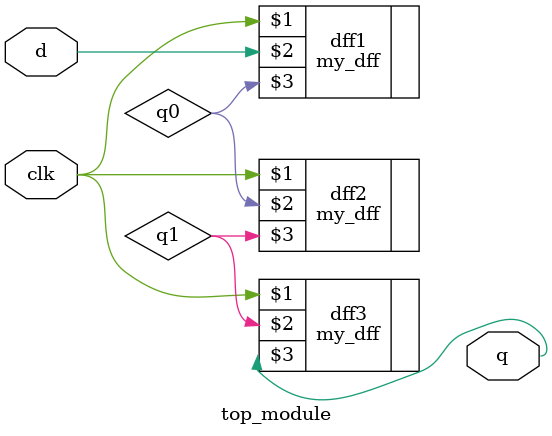
<source format=v>
module top_module ( input clk, input d, output q );

    wire q0,q1;
    my_dff dff1(clk, d, q0);
    my_dff dff2(clk, q0, q1);
    my_dff dff3(clk, q1, q);
    
endmodule

</source>
